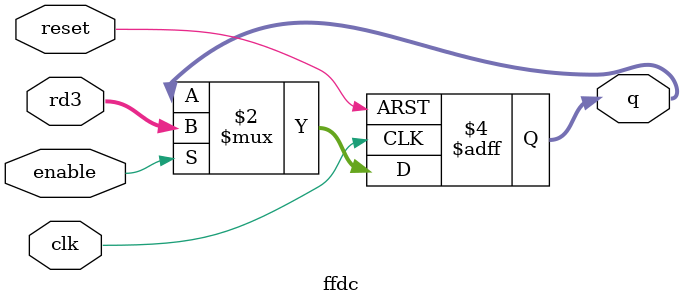
<source format=v>

module regfile(input wire clk,
               input wire we3, //señal de habilitación de escritura
               input wire [3:0] ra1, ra2, ra3, wa3, //valores de regs leidos y reg a escribir
               input wire [7:0] wd3, //dato a escribir
               output wire [7:0] rd1, rd2, rd3); //salida de datos leidos

   reg [7:0] regb[0:15]; //memoria de 16 registros de 8 bits de ancho
  
   //assign regb[0] = 0;
  
   // El registro 0 siempre es cero
   // se leen dos reg combinacionalmente
   // y la escritura del tercero ocurre en flanco de subida del reloj
   always @(posedge clk)
	if (we3) regb[wa3] <= wd3;
	
   assign rd1 = (ra1 != 0) ? regb[ra1] : 0;
   assign rd2 = (ra2 != 0) ? regb[ra2] : 0;
   assign rd3 = (ra3 != 0) ? regb[ra3] : 0;
   
endmodule

//modulo sumador
module sum(input wire [9:0] a, b,
             output wire [9:0] y);

   assign y = a + b;

endmodule

//modulo de registro para modelar el PC, cambia en cada flanco de subida de reloj o de reset
module registro #(parameter WIDTH = 8)
              (input wire clk, reset,
               input wire [WIDTH-1:0] d,
               output reg [WIDTH-1:0] q);

   always @(posedge clk, posedge reset)
      if (reset) q <= 0;
      else q <= d;

endmodule

//modulo multiplexor, cos s=1 sale d1, s=0 sale d0
module mux2 #(parameter WIDTH = 8)
             (input wire [WIDTH-1:0] d0, d1,
              input wire s,
              output wire [WIDTH-1:0] y);

   assign y = s ? d1 : d0;

endmodule


module flop (input wire clk, d, output reg q);

   always @(posedge clk)
      if(d) q <= d;
      else q <= 0;

endmodule


module mux4 #(parameter WIDTH = 8)
		(input wire [WIDTH-1:0] d0, d1,d2,d3,
		input wire [1:0] s,
		output reg [WIDTH-1:0] y);
	
	always @(*)
		  case( s )
		    2'b00: y=d0;
		    2'b01: y=d1;
		    2'b10: y=d2;
		    2'b11: y=d3;
		   endcase
      
endmodule

module decoder (input wire [1:0] s, input wire enable, output reg  [3:0] sdec);

	always @(*)
	begin
		sdec[3:0]=4'b0000;//Siempre los enable a 0, para evitar errores
		if (enable)
		begin
			case( s )
			2'b00:
			sdec[0]=1;
			2'b01: 
			sdec[1]=1;
			2'b10: 
			sdec[2]=1;
			2'b11: 
			sdec[3]=1;
			endcase
		end
	end

endmodule

module ffdc (input wire clk, reset, enable, input wire [7:0] rd3, output reg [7:0] q);

//reset asíncrono, carga síncrona
always @(posedge clk, posedge reset)
begin
	if (reset)
		q <=  1'b0; //asignación no bloqueante q=0
	else
	begin
		if (enable)
			q <= rd3; //asignación no bloqueante q=d	
	end		
end

endmodule

		  
  
  

</source>
